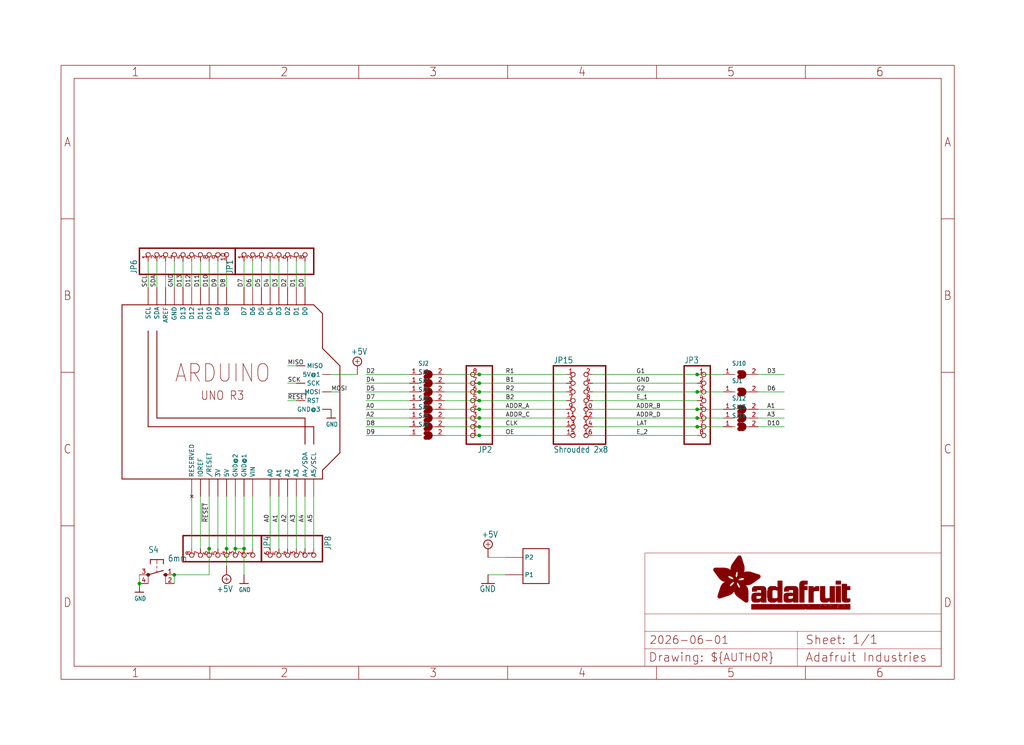
<source format=kicad_sch>
(kicad_sch (version 20230121) (generator eeschema)
  (paper "User" 298.45 217.322)
  (lib_symbols
    (symbol "working-eagle-import:+5V" (power)
      (property "Value" "+5V" (at -1.905 3.175 0))
      (symbol "+5V_1_0"
        (pin power_in line (at 0 -2.54 90) (length 2.54) (name "+5V") (number "1"))
      )
    )
    (symbol "working-eagle-import:10-XX"
      (property "Reference" "S" (at -6.35 -2.54 90))
      (symbol "10-XX_1_0"
        (pin passive line (at 0 5.08 270) (length 2.54) (name "S") (number "1"))
        (pin passive line (at 2.54 5.08 270) (length 2.54) (name "S1") (number "2"))
        (pin passive line (at 0 -5.08 90) (length 2.54) (name "P") (number "3"))
        (pin passive line (at 2.54 -5.08 90) (length 2.54) (name "P1") (number "4"))
      )
    )
    (symbol "working-eagle-import:ARDUINO_R3_ICSP_NODIM"
      (symbol "ARDUINO_R3_ICSP_NODIM_1_0"
        (text "ARDUINO" (at 15.24 27.94 0) (effects (font (size 5.08 4.318)) (justify left bottom)))
        (text "UNO R3" (at 22.86 22.86 0) (effects (font (size 2.54 2.159)) (justify left bottom)))
        (pin power_in line (at 27.94 -5.08 90) (length 5.08) (name "3V") (number "3V"))
        (pin power_in line (at 30.48 -5.08 90) (length 5.08) (name "5V") (number "5V"))
        (pin passive line (at 60.96 30.48 180) (length 2.54) (name "5V@1") (number "5V_ICSP"))
        (pin bidirectional line (at 43.18 -5.08 90) (length 5.08) (name "A0") (number "A0"))
        (pin bidirectional line (at 45.72 -5.08 90) (length 5.08) (name "A1") (number "A1"))
        (pin bidirectional line (at 48.26 -5.08 90) (length 5.08) (name "A2") (number "A2"))
        (pin bidirectional line (at 50.8 -5.08 90) (length 5.08) (name "A3") (number "A3"))
        (pin bidirectional line (at 53.34 -5.08 90) (length 5.08) (name "A4/SDA") (number "A4"))
        (pin bidirectional line (at 55.88 -5.08 90) (length 5.08) (name "A5/SCL") (number "A5"))
        (pin bidirectional line (at 12.7 55.88 270) (length 5.08) (name "AREF") (number "AREF"))
        (pin bidirectional line (at 53.34 55.88 270) (length 5.08) (name "D0") (number "D0"))
        (pin bidirectional line (at 50.8 55.88 270) (length 5.08) (name "D1") (number "D1"))
        (pin bidirectional line (at 25.4 55.88 270) (length 5.08) (name "D10") (number "D10"))
        (pin bidirectional line (at 22.86 55.88 270) (length 5.08) (name "D11") (number "D11"))
        (pin bidirectional line (at 20.32 55.88 270) (length 5.08) (name "D12") (number "D12"))
        (pin bidirectional line (at 17.78 55.88 270) (length 5.08) (name "D13") (number "D13"))
        (pin bidirectional line (at 48.26 55.88 270) (length 5.08) (name "D2") (number "D2"))
        (pin bidirectional line (at 45.72 55.88 270) (length 5.08) (name "D3") (number "D3"))
        (pin bidirectional line (at 43.18 55.88 270) (length 5.08) (name "D4") (number "D4"))
        (pin bidirectional line (at 40.64 55.88 270) (length 5.08) (name "D5") (number "D5"))
        (pin bidirectional line (at 38.1 55.88 270) (length 5.08) (name "D6") (number "D6"))
        (pin bidirectional line (at 35.56 55.88 270) (length 5.08) (name "D7") (number "D7"))
        (pin bidirectional line (at 30.48 55.88 270) (length 5.08) (name "D8") (number "D8"))
        (pin bidirectional line (at 27.94 55.88 270) (length 5.08) (name "D9") (number "D9"))
        (pin power_in line (at 15.24 55.88 270) (length 5.08) (name "GND") (number "GND"))
        (pin power_in line (at 33.02 -5.08 90) (length 5.08) (name "GND@2") (number "GND@1"))
        (pin passive line (at 60.96 20.32 180) (length 2.54) (name "GND@3") (number "GND@2"))
        (pin power_in line (at 35.56 -5.08 90) (length 5.08) (name "GND@1") (number "GND@3"))
        (pin output line (at 22.86 -5.08 90) (length 5.08) (name "IOREF") (number "IOREF"))
        (pin passive line (at 50.8 33.02 0) (length 2.54) (name "MISO") (number "MISO"))
        (pin passive line (at 60.96 25.4 180) (length 2.54) (name "MOSI") (number "MOSI"))
        (pin no_connect line (at 20.32 -5.08 90) (length 5.08) (name "RESERVED") (number "RESERVED"))
        (pin bidirectional line (at 25.4 -5.08 90) (length 5.08) (name "/RESET") (number "RESET"))
        (pin passive line (at 50.8 22.86 0) (length 2.54) (name "RST") (number "RESET_ICSP"))
        (pin passive line (at 50.8 27.94 0) (length 2.54) (name "SCK") (number "SCK"))
        (pin bidirectional line (at 7.62 55.88 270) (length 5.08) (name "SCL") (number "SCL"))
        (pin bidirectional line (at 10.16 55.88 270) (length 5.08) (name "SDA") (number "SDA"))
        (pin power_in line (at 38.1 -5.08 90) (length 5.08) (name "VIN") (number "VIN"))
      )
    )
    (symbol "working-eagle-import:FRAME_A4_ADAFRUIT"
      (symbol "FRAME_A4_ADAFRUIT_1_0"
        (text "${#}/${##}" (at 230.505 10.16 0) (effects (font (size 2.54 2.54)) (justify left bottom)))
        (text "${AUTHOR}" (at 189.23 5.08 0) (effects (font (size 2.286 2.286)) (justify left bottom)))
        (text "${CURRENT_DATE}" (at 171.45 10.16 0) (effects (font (size 2.286 2.286)) (justify left bottom)))
        (text "${PROJECTNAME}" (at 171.45 15.24 0) (effects (font (size 2.54 2.54)) (justify left bottom)))
        (text "1" (at 21.6958 1.905 0) (effects (font (size 2.54 2.286))))
        (text "1" (at 21.6958 177.165 0) (effects (font (size 2.54 2.286))))
        (text "2" (at 65.0875 1.905 0) (effects (font (size 2.54 2.286))))
        (text "2" (at 65.0875 177.165 0) (effects (font (size 2.54 2.286))))
        (text "3" (at 108.4792 1.905 0) (effects (font (size 2.54 2.286))))
        (text "3" (at 108.4792 177.165 0) (effects (font (size 2.54 2.286))))
        (text "4" (at 151.8708 1.905 0) (effects (font (size 2.54 2.286))))
        (text "4" (at 151.8708 177.165 0) (effects (font (size 2.54 2.286))))
        (text "5" (at 195.2625 1.905 0) (effects (font (size 2.54 2.286))))
        (text "5" (at 195.2625 177.165 0) (effects (font (size 2.54 2.286))))
        (text "6" (at 238.6542 1.905 0) (effects (font (size 2.54 2.286))))
        (text "6" (at 238.6542 177.165 0) (effects (font (size 2.54 2.286))))
        (text "A" (at 1.905 156.6863 0) (effects (font (size 2.54 2.286))))
        (text "A" (at 258.445 156.6863 0) (effects (font (size 2.54 2.286))))
        (text "Adafruit Industries" (at 216.916 4.953 0) (effects (font (size 2.54 2.54)) (justify left bottom)))
        (text "B" (at 1.905 111.9188 0) (effects (font (size 2.54 2.286))))
        (text "B" (at 258.445 111.9188 0) (effects (font (size 2.54 2.286))))
        (text "C" (at 1.905 67.1513 0) (effects (font (size 2.54 2.286))))
        (text "C" (at 258.445 67.1513 0) (effects (font (size 2.54 2.286))))
        (text "D" (at 1.905 22.3838 0) (effects (font (size 2.54 2.286))))
        (text "D" (at 258.445 22.3838 0) (effects (font (size 2.54 2.286))))
        (text "Drawing:" (at 171.196 4.953 0) (effects (font (size 2.54 2.54)) (justify left bottom)))
        (text "Sheet:" (at 216.916 10.033 0) (effects (font (size 2.54 2.54)) (justify left bottom)))
      )
    )
    (symbol "working-eagle-import:GND" (power)
      (property "Value" "GND" (at -1.524 -2.54 0))
      (symbol "GND_1_0"
        (pin power_in line (at 0 2.54 270) (length 2.54) (name "GND") (number "1"))
      )
    )
    (symbol "working-eagle-import:HEADER-1X1070MIL"
      (property "Reference" "JP" (at -6.35 13.335 0))
      (symbol "HEADER-1X1070MIL_1_0"
        (pin passive inverted (at -2.54 10.16 0) (length 2.54) (name "1") (number "1"))
        (pin passive inverted (at -2.54 -12.7 0) (length 2.54) (name "10") (number "10"))
        (pin passive inverted (at -2.54 7.62 0) (length 2.54) (name "2") (number "2"))
        (pin passive inverted (at -2.54 5.08 0) (length 2.54) (name "3") (number "3"))
        (pin passive inverted (at -2.54 2.54 0) (length 2.54) (name "4") (number "4"))
        (pin passive inverted (at -2.54 0 0) (length 2.54) (name "5") (number "5"))
        (pin passive inverted (at -2.54 -2.54 0) (length 2.54) (name "6") (number "6"))
        (pin passive inverted (at -2.54 -5.08 0) (length 2.54) (name "7") (number "7"))
        (pin passive inverted (at -2.54 -7.62 0) (length 2.54) (name "8") (number "8"))
        (pin passive inverted (at -2.54 -10.16 0) (length 2.54) (name "9") (number "9"))
      )
    )
    (symbol "working-eagle-import:HEADER-1X876MIL"
      (property "Reference" "JP" (at -6.35 13.335 0))
      (symbol "HEADER-1X876MIL_1_0"
        (pin passive inverted (at -2.54 10.16 0) (length 2.54) (name "1") (number "1"))
        (pin passive inverted (at -2.54 7.62 0) (length 2.54) (name "2") (number "2"))
        (pin passive inverted (at -2.54 5.08 0) (length 2.54) (name "3") (number "3"))
        (pin passive inverted (at -2.54 2.54 0) (length 2.54) (name "4") (number "4"))
        (pin passive inverted (at -2.54 0 0) (length 2.54) (name "5") (number "5"))
        (pin passive inverted (at -2.54 -2.54 0) (length 2.54) (name "6") (number "6"))
        (pin passive inverted (at -2.54 -5.08 0) (length 2.54) (name "7") (number "7"))
        (pin passive inverted (at -2.54 -7.62 0) (length 2.54) (name "8") (number "8"))
      )
    )
    (symbol "working-eagle-import:HEADER-2X8_SHROUDED"
      (property "Reference" "JP" (at -8.89 10.795 0))
      (symbol "HEADER-2X8_SHROUDED_1_0"
        (pin passive inverted (at -5.08 7.62 0) (length 2.54) (name "1") (number "1"))
        (pin passive inverted (at 2.54 -2.54 180) (length 2.54) (name "10") (number "10"))
        (pin passive inverted (at -5.08 -5.08 0) (length 2.54) (name "11") (number "11"))
        (pin passive inverted (at 2.54 -5.08 180) (length 2.54) (name "12") (number "12"))
        (pin passive inverted (at -5.08 -7.62 0) (length 2.54) (name "13") (number "13"))
        (pin passive inverted (at 2.54 -7.62 180) (length 2.54) (name "14") (number "14"))
        (pin passive inverted (at -5.08 -10.16 0) (length 2.54) (name "15") (number "15"))
        (pin passive inverted (at 2.54 -10.16 180) (length 2.54) (name "16") (number "16"))
        (pin passive inverted (at 2.54 7.62 180) (length 2.54) (name "2") (number "2"))
        (pin passive inverted (at -5.08 5.08 0) (length 2.54) (name "3") (number "3"))
        (pin passive inverted (at 2.54 5.08 180) (length 2.54) (name "4") (number "4"))
        (pin passive inverted (at -5.08 2.54 0) (length 2.54) (name "5") (number "5"))
        (pin passive inverted (at 2.54 2.54 180) (length 2.54) (name "6") (number "6"))
        (pin passive inverted (at -5.08 0 0) (length 2.54) (name "7") (number "7"))
        (pin passive inverted (at 2.54 0 180) (length 2.54) (name "8") (number "8"))
        (pin passive inverted (at -5.08 -2.54 0) (length 2.54) (name "9") (number "9"))
      )
    )
    (symbol "working-eagle-import:PINHD-1X6CB"
      (property "Reference" "JP" (at -6.35 10.795 0))
      (symbol "PINHD-1X6CB_1_0"
        (pin passive inverted (at -2.54 7.62 0) (length 2.54) (name "1") (number "1"))
        (pin passive inverted (at -2.54 5.08 0) (length 2.54) (name "2") (number "2"))
        (pin passive inverted (at -2.54 2.54 0) (length 2.54) (name "3") (number "3"))
        (pin passive inverted (at -2.54 0 0) (length 2.54) (name "4") (number "4"))
        (pin passive inverted (at -2.54 -2.54 0) (length 2.54) (name "5") (number "5"))
        (pin passive inverted (at -2.54 -5.08 0) (length 2.54) (name "6") (number "6"))
      )
    )
    (symbol "working-eagle-import:PINHD-1X8CLEANBIG"
      (property "Reference" "JP" (at -6.35 10.795 0))
      (symbol "PINHD-1X8CLEANBIG_1_0"
        (pin passive inverted (at -2.54 7.62 0) (length 2.54) (name "1") (number "1"))
        (pin passive inverted (at -2.54 5.08 0) (length 2.54) (name "2") (number "2"))
        (pin passive inverted (at -2.54 2.54 0) (length 2.54) (name "3") (number "3"))
        (pin passive inverted (at -2.54 0 0) (length 2.54) (name "4") (number "4"))
        (pin passive inverted (at -2.54 -2.54 0) (length 2.54) (name "5") (number "5"))
        (pin passive inverted (at -2.54 -5.08 0) (length 2.54) (name "6") (number "6"))
        (pin passive inverted (at -2.54 -7.62 0) (length 2.54) (name "7") (number "7"))
        (pin passive inverted (at -2.54 -10.16 0) (length 2.54) (name "8") (number "8"))
      )
    )
    (symbol "working-eagle-import:PINHEAD"
      (symbol "PINHEAD_1_0"
        (pin bidirectional line (at 7.62 2.54 180) (length 5.08) (name "P1") (number "P$3"))
        (pin bidirectional line (at 7.62 -2.54 180) (length 5.08) (name "P2") (number "P$4"))
      )
    )
    (symbol "working-eagle-import:SOLDERJUMPERCLOSED"
      (property "Reference" "SJ" (at -2.54 2.54 0))
      (symbol "SOLDERJUMPERCLOSED_1_0"
        (pin passive line (at -5.08 0 0) (length 2.54) (name "1") (number "1"))
        (pin passive line (at 5.08 0 180) (length 2.54) (name "2") (number "2"))
      )
    )
    (symbol "working-eagle-import:supply1_GND" (power)
      (property "Value" "supply1_GND" (at -2.54 -2.54 0))
      (symbol "supply1_GND_1_0"
        (pin power_in line (at 0 2.54 270) (length 2.54) (name "GND") (number "1"))
      )
    )
  )
  (junction (at 139.7 114.3))
  (junction (at 139.7 109.22))
  (junction (at 66.04 160.02))
  (junction (at 203.2 119.38))
  (junction (at 71.12 160.02))
  (junction (at 60.96 160.02))
  (junction (at 139.7 124.46))
  (junction (at 203.2 109.22))
  (junction (at 139.7 121.92))
  (junction (at 139.7 116.84))
  (junction (at 40.64 170.18))
  (junction (at 68.58 160.02))
  (junction (at 139.7 111.76))
  (junction (at 139.7 127))
  (junction (at 139.7 119.38))
  (junction (at 203.2 124.46))
  (junction (at 50.8 167.64))
  (junction (at 203.2 121.92))
  (junction (at 203.2 114.3))
  (wire (pts (xy 45.72 76.2) (xy 45.72 83.82)) (stroke (width 0.1524)))
  (wire (pts (xy 165.1 119.38) (xy 139.7 119.38)) (stroke (width 0.1524)))
  (wire (pts (xy 139.7 111.76) (xy 129.54 111.76)) (stroke (width 0.1524)))
  (wire (pts (xy 172.72 111.76) (xy 203.2 111.76)) (stroke (width 0.1524)))
  (wire (pts (xy 119.38 109.22) (xy 106.68 109.22)) (stroke (width 0.1524)))
  (wire (pts (xy 165.1 109.22) (xy 139.7 109.22)) (stroke (width 0.1524)))
  (wire (pts (xy 60.96 167.64) (xy 50.8 167.64)) (stroke (width 0.1524)))
  (wire (pts (xy 50.8 76.2) (xy 50.8 83.82)) (stroke (width 0.1524)))
  (wire (pts (xy 68.58 160.02) (xy 68.58 144.78)) (stroke (width 0.1524)))
  (wire (pts (xy 139.7 111.76) (xy 165.1 111.76)) (stroke (width 0.1524)))
  (wire (pts (xy 203.2 121.92) (xy 210.82 121.92)) (stroke (width 0.1524)))
  (wire (pts (xy 142.24 167.64) (xy 147.32 167.64)) (stroke (width 0.1524)))
  (wire (pts (xy 228.6 109.22) (xy 220.98 109.22)) (stroke (width 0.1524)))
  (wire (pts (xy 106.68 111.76) (xy 119.38 111.76)) (stroke (width 0.1524)))
  (wire (pts (xy 228.6 119.38) (xy 220.98 119.38)) (stroke (width 0.1524)))
  (wire (pts (xy 40.64 167.64) (xy 40.64 170.18)) (stroke (width 0.1524)))
  (wire (pts (xy 172.72 127) (xy 203.2 127)) (stroke (width 0.1524)))
  (wire (pts (xy 66.04 160.02) (xy 66.04 165.1)) (stroke (width 0.1524)))
  (wire (pts (xy 228.6 124.46) (xy 220.98 124.46)) (stroke (width 0.1524)))
  (wire (pts (xy 60.96 160.02) (xy 60.96 167.64)) (stroke (width 0.1524)))
  (wire (pts (xy 228.6 121.92) (xy 220.98 121.92)) (stroke (width 0.1524)))
  (wire (pts (xy 203.2 124.46) (xy 172.72 124.46)) (stroke (width 0.1524)))
  (wire (pts (xy 73.66 160.02) (xy 73.66 144.78)) (stroke (width 0.1524)))
  (wire (pts (xy 165.1 124.46) (xy 139.7 124.46)) (stroke (width 0.1524)))
  (wire (pts (xy 165.1 114.3) (xy 139.7 114.3)) (stroke (width 0.1524)))
  (wire (pts (xy 81.28 160.02) (xy 81.28 144.78)) (stroke (width 0.1524)))
  (wire (pts (xy 172.72 121.92) (xy 203.2 121.92)) (stroke (width 0.1524)))
  (wire (pts (xy 139.7 124.46) (xy 129.54 124.46)) (stroke (width 0.1524)))
  (wire (pts (xy 53.34 83.82) (xy 53.34 76.2)) (stroke (width 0.1524)))
  (wire (pts (xy 55.88 76.2) (xy 55.88 83.82)) (stroke (width 0.1524)))
  (wire (pts (xy 50.8 167.64) (xy 50.8 170.18)) (stroke (width 0.1524)))
  (wire (pts (xy 203.2 119.38) (xy 172.72 119.38)) (stroke (width 0.1524)))
  (wire (pts (xy 139.7 121.92) (xy 165.1 121.92)) (stroke (width 0.1524)))
  (wire (pts (xy 81.28 76.2) (xy 81.28 83.82)) (stroke (width 0.1524)))
  (wire (pts (xy 203.2 114.3) (xy 172.72 114.3)) (stroke (width 0.1524)))
  (wire (pts (xy 43.18 76.2) (xy 43.18 83.82)) (stroke (width 0.1524)))
  (wire (pts (xy 106.68 116.84) (xy 119.38 116.84)) (stroke (width 0.1524)))
  (wire (pts (xy 139.7 127) (xy 129.54 127)) (stroke (width 0.1524)))
  (wire (pts (xy 104.14 109.22) (xy 96.52 109.22)) (stroke (width 0.1524)))
  (wire (pts (xy 60.96 76.2) (xy 60.96 83.82)) (stroke (width 0.1524)))
  (wire (pts (xy 83.82 160.02) (xy 83.82 144.78)) (stroke (width 0.1524)))
  (wire (pts (xy 106.68 121.92) (xy 119.38 121.92)) (stroke (width 0.1524)))
  (wire (pts (xy 119.38 114.3) (xy 106.68 114.3)) (stroke (width 0.1524)))
  (wire (pts (xy 83.82 76.2) (xy 83.82 83.82)) (stroke (width 0.1524)))
  (wire (pts (xy 88.9 76.2) (xy 88.9 83.82)) (stroke (width 0.1524)))
  (wire (pts (xy 172.72 116.84) (xy 203.2 116.84)) (stroke (width 0.1524)))
  (wire (pts (xy 96.52 114.3) (xy 99.06 114.3)) (stroke (width 0.1524)))
  (wire (pts (xy 76.2 76.2) (xy 76.2 83.82)) (stroke (width 0.1524)))
  (wire (pts (xy 60.96 160.02) (xy 60.96 144.78)) (stroke (width 0.1524)))
  (wire (pts (xy 139.7 114.3) (xy 129.54 114.3)) (stroke (width 0.1524)))
  (wire (pts (xy 203.2 109.22) (xy 172.72 109.22)) (stroke (width 0.1524)))
  (wire (pts (xy 203.2 109.22) (xy 210.82 109.22)) (stroke (width 0.1524)))
  (wire (pts (xy 86.36 76.2) (xy 86.36 83.82)) (stroke (width 0.1524)))
  (wire (pts (xy 106.68 124.46) (xy 119.38 124.46)) (stroke (width 0.1524)))
  (wire (pts (xy 203.2 114.3) (xy 210.82 114.3)) (stroke (width 0.1524)))
  (wire (pts (xy 86.36 116.84) (xy 83.82 116.84)) (stroke (width 0.1524)))
  (wire (pts (xy 203.2 119.38) (xy 210.82 119.38)) (stroke (width 0.1524)))
  (wire (pts (xy 86.36 111.76) (xy 83.82 111.76)) (stroke (width 0.1524)))
  (wire (pts (xy 78.74 83.82) (xy 78.74 76.2)) (stroke (width 0.1524)))
  (wire (pts (xy 139.7 119.38) (xy 129.54 119.38)) (stroke (width 0.1524)))
  (wire (pts (xy 58.42 160.02) (xy 58.42 144.78)) (stroke (width 0.1524)))
  (wire (pts (xy 139.7 116.84) (xy 129.54 116.84)) (stroke (width 0.1524)))
  (wire (pts (xy 71.12 160.02) (xy 71.12 167.64)) (stroke (width 0.1524)))
  (wire (pts (xy 71.12 160.02) (xy 71.12 144.78)) (stroke (width 0.1524)))
  (wire (pts (xy 139.7 116.84) (xy 165.1 116.84)) (stroke (width 0.1524)))
  (wire (pts (xy 203.2 124.46) (xy 210.82 124.46)) (stroke (width 0.1524)))
  (wire (pts (xy 139.7 121.92) (xy 129.54 121.92)) (stroke (width 0.1524)))
  (wire (pts (xy 73.66 83.82) (xy 73.66 76.2)) (stroke (width 0.1524)))
  (wire (pts (xy 48.26 76.2) (xy 48.26 83.82)) (stroke (width 0.1524)))
  (wire (pts (xy 88.9 160.02) (xy 88.9 144.78)) (stroke (width 0.1524)))
  (wire (pts (xy 91.44 160.02) (xy 91.44 144.78)) (stroke (width 0.1524)))
  (wire (pts (xy 86.36 106.68) (xy 83.82 106.68)) (stroke (width 0.1524)))
  (wire (pts (xy 55.88 160.02) (xy 55.88 144.78)) (stroke (width 0.1524)))
  (wire (pts (xy 228.6 114.3) (xy 220.98 114.3)) (stroke (width 0.1524)))
  (wire (pts (xy 139.7 127) (xy 165.1 127)) (stroke (width 0.1524)))
  (wire (pts (xy 68.58 160.02) (xy 71.12 160.02)) (stroke (width 0.1524)))
  (wire (pts (xy 66.04 160.02) (xy 66.04 144.78)) (stroke (width 0.1524)))
  (wire (pts (xy 139.7 109.22) (xy 129.54 109.22)) (stroke (width 0.1524)))
  (wire (pts (xy 58.42 83.82) (xy 58.42 76.2)) (stroke (width 0.1524)))
  (wire (pts (xy 78.74 160.02) (xy 78.74 144.78)) (stroke (width 0.1524)))
  (wire (pts (xy 71.12 76.2) (xy 71.12 83.82)) (stroke (width 0.1524)))
  (wire (pts (xy 63.5 83.82) (xy 63.5 76.2)) (stroke (width 0.1524)))
  (wire (pts (xy 106.68 119.38) (xy 119.38 119.38)) (stroke (width 0.1524)))
  (wire (pts (xy 63.5 160.02) (xy 63.5 144.78)) (stroke (width 0.1524)))
  (wire (pts (xy 66.04 76.2) (xy 66.04 83.82)) (stroke (width 0.1524)))
  (wire (pts (xy 86.36 160.02) (xy 86.36 144.78)) (stroke (width 0.1524)))
  (wire (pts (xy 106.68 127) (xy 119.38 127)) (stroke (width 0.1524)))
  (wire (pts (xy 147.32 162.56) (xy 142.24 162.56)) (stroke (width 0.1524)))
  (label "ADDR_B" (at 185.42 119.38 0) (effects (font (size 1.2446 1.2446))))
  (label "D3" (at 81.28 83.82 90) (effects (font (size 1.2446 1.2446))))
  (label "D4" (at 78.74 83.82 90) (effects (font (size 1.2446 1.2446))))
  (label "D3" (at 223.52 109.22 0) (effects (font (size 1.2446 1.2446))))
  (label "A4" (at 88.9 152.4 90) (effects (font (size 1.2446 1.2446))))
  (label "A3" (at 223.52 121.92 0) (effects (font (size 1.2446 1.2446))))
  (label "D11" (at 58.42 83.82 90) (effects (font (size 1.2446 1.2446))))
  (label "MOSI" (at 96.52 114.3 0) (effects (font (size 1.2446 1.2446))))
  (label "A0" (at 78.74 152.4 90) (effects (font (size 1.2446 1.2446))))
  (label "A2" (at 83.82 152.4 90) (effects (font (size 1.2446 1.2446))))
  (label "D8" (at 106.68 124.46 0) (effects (font (size 1.2446 1.2446))))
  (label "D5" (at 76.2 83.82 90) (effects (font (size 1.2446 1.2446))))
  (label "D13" (at 53.34 83.82 90) (effects (font (size 1.2446 1.2446))))
  (label "A0" (at 106.68 119.38 0) (effects (font (size 1.2446 1.2446))))
  (label "D7" (at 71.12 83.82 90) (effects (font (size 1.2446 1.2446))))
  (label "ADDR_D" (at 185.42 121.92 0) (effects (font (size 1.2446 1.2446))))
  (label "R1" (at 147.32 109.22 0) (effects (font (size 1.2446 1.2446))))
  (label "~{RESET}" (at 60.96 152.4 90) (effects (font (size 1.2446 1.2446))))
  (label "A5" (at 91.44 152.4 90) (effects (font (size 1.2446 1.2446))))
  (label "E_2" (at 185.42 127 0) (effects (font (size 1.2446 1.2446))))
  (label "A1" (at 81.28 152.4 90) (effects (font (size 1.2446 1.2446))))
  (label "D10" (at 223.52 124.46 0) (effects (font (size 1.2446 1.2446))))
  (label "D8" (at 66.04 83.82 90) (effects (font (size 1.2446 1.2446))))
  (label "D1" (at 86.36 83.82 90) (effects (font (size 1.2446 1.2446))))
  (label "SCL" (at 43.18 83.82 90) (effects (font (size 1.2446 1.2446))))
  (label "ADDR_A" (at 147.32 119.38 0) (effects (font (size 1.2446 1.2446))))
  (label "SDA" (at 45.72 83.82 90) (effects (font (size 1.2446 1.2446))))
  (label "ADDR_C" (at 147.32 121.92 0) (effects (font (size 1.2446 1.2446))))
  (label "D9" (at 106.68 127 0) (effects (font (size 1.2446 1.2446))))
  (label "D9" (at 63.5 83.82 90) (effects (font (size 1.2446 1.2446))))
  (label "D7" (at 106.68 116.84 0) (effects (font (size 1.2446 1.2446))))
  (label "D10" (at 60.96 83.82 90) (effects (font (size 1.2446 1.2446))))
  (label "OE" (at 147.32 127 0) (effects (font (size 1.2446 1.2446))))
  (label "D2" (at 106.68 109.22 0) (effects (font (size 1.2446 1.2446))))
  (label "D12" (at 55.88 83.82 90) (effects (font (size 1.2446 1.2446))))
  (label "A1" (at 223.52 119.38 0) (effects (font (size 1.2446 1.2446))))
  (label "G1" (at 185.42 109.22 0) (effects (font (size 1.2446 1.2446))))
  (label "CLK" (at 147.32 124.46 0) (effects (font (size 1.2446 1.2446))))
  (label "MISO" (at 83.82 106.68 0) (effects (font (size 1.2446 1.2446))))
  (label "A3" (at 86.36 152.4 90) (effects (font (size 1.2446 1.2446))))
  (label "A2" (at 106.68 121.92 0) (effects (font (size 1.2446 1.2446))))
  (label "GND" (at 50.8 83.82 90) (effects (font (size 1.2446 1.2446))))
  (label "D0" (at 88.9 83.82 90) (effects (font (size 1.2446 1.2446))))
  (label "~{RESET}" (at 83.82 116.84 0) (effects (font (size 1.2446 1.2446))))
  (label "D5" (at 106.68 114.3 0) (effects (font (size 1.2446 1.2446))))
  (label "D6" (at 73.66 83.82 90) (effects (font (size 1.2446 1.2446))))
  (label "LAT" (at 185.42 124.46 0) (effects (font (size 1.2446 1.2446))))
  (label "B2" (at 147.32 116.84 0) (effects (font (size 1.2446 1.2446))))
  (label "R2" (at 147.32 114.3 0) (effects (font (size 1.2446 1.2446))))
  (label "D4" (at 106.68 111.76 0) (effects (font (size 1.2446 1.2446))))
  (label "SCK" (at 83.82 111.76 0) (effects (font (size 1.2446 1.2446))))
  (label "D6" (at 223.52 114.3 0) (effects (font (size 1.2446 1.2446))))
  (label "GND" (at 185.42 111.76 0) (effects (font (size 1.2446 1.2446))))
  (label "G2" (at 185.42 114.3 0) (effects (font (size 1.2446 1.2446))))
  (label "E_1" (at 185.42 116.84 0) (effects (font (size 1.2446 1.2446))))
  (label "B1" (at 147.32 111.76 0) (effects (font (size 1.2446 1.2446))))
  (label "D2" (at 83.82 83.82 90) (effects (font (size 1.2446 1.2446))))
  (symbol (lib_id "working-eagle-import:HEADER-1X876MIL") (at 137.16 116.84 180) (unit 1)
    (property "Reference" "JP2" (at 143.51 130.175 0) (effects (font (size 1.778 1.5113)) (justify left bottom)))
    (property "Value" "HEADER-1X876MIL" (effects hide))
    (property "Footprint" "working:1X08_ROUND_76" (effects hide))
  )
  (symbol (lib_id "working-eagle-import:+5V") (at 142.24 160.02 0) (unit 1)
    (property "Reference" "#SUPPLY1" (effects hide))
    (property "Value" "+5V" (at 140.335 156.845 0) (effects (font (size 1.778 1.5113)) (justify left bottom)))
  )
  (symbol (lib_id "working-eagle-import:10-XX") (at 45.72 167.64 270) (unit 1)
    (property "Reference" "S4" (at 43.18 161.29 90) (effects (font (size 1.778 1.5113)) (justify left bottom)))
    (property "Value" "6mm" (at 48.895 163.83 90) (effects (font (size 1.778 1.5113)) (justify left bottom)))
    (property "Footprint" "working:B3F-10XX" (effects hide))
  )
  (symbol (lib_id "working-eagle-import:SOLDERJUMPERCLOSED") (at 215.9 119.38 0) (unit 1)
    (property "Reference" "SJ12" (at 213.36 116.84 0) (effects (font (size 1.27 1.0795)) (justify left bottom)))
    (property "Value" "SOLDERJUMPERCLOSED" (effects hide))
    (property "Footprint" "working:SOLDERJUMPER_CLOSEDWIRE" (effects hide))
  )
  (symbol (lib_id "working-eagle-import:SOLDERJUMPERCLOSED") (at 124.46 114.3 0) (unit 1)
    (property "Reference" "SJ4" (at 121.92 111.76 0) (effects (font (size 1.27 1.0795)) (justify left bottom)))
    (property "Value" "SOLDERJUMPERCLOSED" (effects hide))
    (property "Footprint" "working:SOLDERJUMPER_CLOSEDWIRE" (effects hide))
  )
  (symbol (lib_id "working-eagle-import:PINHD-1X8CLEANBIG") (at 78.74 73.66 90) (unit 1)
    (property "Reference" "JP1" (at 67.945 80.01 0) (effects (font (size 1.778 1.5113)) (justify left bottom)))
    (property "Value" "PINHD-1X8CLEANBIG" (effects hide))
    (property "Footprint" "working:1X08-CLEANBIG" (effects hide))
  )
  (symbol (lib_id "working-eagle-import:SOLDERJUMPERCLOSED") (at 124.46 111.76 0) (unit 1)
    (property "Reference" "SJ3" (at 121.92 109.22 0) (effects (font (size 1.27 1.0795)) (justify left bottom)))
    (property "Value" "SOLDERJUMPERCLOSED" (effects hide))
    (property "Footprint" "working:SOLDERJUMPER_CLOSEDWIRE" (effects hide))
  )
  (symbol (lib_id "working-eagle-import:SOLDERJUMPERCLOSED") (at 124.46 121.92 0) (unit 1)
    (property "Reference" "SJ7" (at 121.92 119.38 0) (effects (font (size 1.27 1.0795)) (justify left bottom)))
    (property "Value" "SOLDERJUMPERCLOSED" (effects hide))
    (property "Footprint" "working:SOLDERJUMPER_CLOSEDWIRE" (effects hide))
  )
  (symbol (lib_id "working-eagle-import:SOLDERJUMPERCLOSED") (at 215.9 124.46 0) (unit 1)
    (property "Reference" "SJ14" (at 213.36 121.92 0) (effects (font (size 1.27 1.0795)) (justify left bottom)))
    (property "Value" "SOLDERJUMPERCLOSED" (effects hide))
    (property "Footprint" "working:SOLDERJUMPER_CLOSEDWIRE" (effects hide))
  )
  (symbol (lib_id "working-eagle-import:ARDUINO_R3_ICSP_NODIM") (at 35.56 139.7 0) (unit 1)
    (property "Reference" "U$41" (effects hide))
    (property "Value" "ARDUINO_R3_ICSP_NODIM" (effects hide))
    (property "Footprint" "working:ARDUINOR3_ICSP_NODIM" (effects hide))
  )
  (symbol (lib_id "working-eagle-import:SOLDERJUMPERCLOSED") (at 124.46 116.84 0) (unit 1)
    (property "Reference" "SJ5" (at 121.92 114.3 0) (effects (font (size 1.27 1.0795)) (justify left bottom)))
    (property "Value" "SOLDERJUMPERCLOSED" (effects hide))
    (property "Footprint" "working:SOLDERJUMPER_CLOSEDWIRE" (effects hide))
  )
  (symbol (lib_id "working-eagle-import:SOLDERJUMPERCLOSED") (at 215.9 114.3 0) (unit 1)
    (property "Reference" "SJ1" (at 213.36 111.76 0) (effects (font (size 1.27 1.0795)) (justify left bottom)))
    (property "Value" "SOLDERJUMPERCLOSED" (effects hide))
    (property "Footprint" "working:SOLDERJUMPER_CLOSEDWIRE" (effects hide))
  )
  (symbol (lib_id "working-eagle-import:GND") (at 96.52 121.92 0) (unit 1)
    (property "Reference" "#U$44" (effects hide))
    (property "Value" "GND" (at 94.996 124.46 0) (effects (font (size 1.27 1.0795)) (justify left bottom)))
  )
  (symbol (lib_id "working-eagle-import:+5V") (at 104.14 106.68 0) (unit 1)
    (property "Reference" "#SUPPLY3" (effects hide))
    (property "Value" "+5V" (at 102.235 103.505 0) (effects (font (size 1.778 1.5113)) (justify left bottom)))
  )
  (symbol (lib_id "working-eagle-import:PINHEAD") (at 154.94 165.1 180) (unit 1)
    (property "Reference" "MATRIX_PWR0" (effects hide))
    (property "Value" "PINHEAD" (effects hide))
    (property "Footprint" "working:TERMBLOCK508" (effects hide))
  )
  (symbol (lib_id "working-eagle-import:HEADER-2X8_SHROUDED") (at 170.18 116.84 0) (unit 1)
    (property "Reference" "JP15" (at 161.29 106.045 0) (effects (font (size 1.778 1.5113)) (justify left bottom)))
    (property "Value" "Shrouded 2x8" (at 161.29 132.08 0) (effects (font (size 1.778 1.5113)) (justify left bottom)))
    (property "Footprint" "working:2X08_SHROUDED" (effects hide))
  )
  (symbol (lib_id "working-eagle-import:PINHD-1X6CB") (at 83.82 162.56 270) (unit 1)
    (property "Reference" "JP8" (at 94.615 156.21 0) (effects (font (size 1.778 1.5113)) (justify left bottom)))
    (property "Value" "PINHD-1X6CB" (effects hide))
    (property "Footprint" "working:1X06-CLEANBIG" (effects hide))
  )
  (symbol (lib_id "working-eagle-import:SOLDERJUMPERCLOSED") (at 215.9 121.92 0) (unit 1)
    (property "Reference" "SJ13" (at 213.36 119.38 0) (effects (font (size 1.27 1.0795)) (justify left bottom)))
    (property "Value" "SOLDERJUMPERCLOSED" (effects hide))
    (property "Footprint" "working:SOLDERJUMPER_CLOSEDWIRE" (effects hide))
  )
  (symbol (lib_id "working-eagle-import:HEADER-1X1070MIL") (at 53.34 73.66 90) (unit 1)
    (property "Reference" "JP6" (at 40.005 80.01 0) (effects (font (size 1.778 1.5113)) (justify left bottom)))
    (property "Value" "HEADER-1X1070MIL" (effects hide))
    (property "Footprint" "working:1X10_ROUND70" (effects hide))
  )
  (symbol (lib_id "working-eagle-import:SOLDERJUMPERCLOSED") (at 124.46 124.46 0) (unit 1)
    (property "Reference" "SJ8" (at 121.92 121.92 0) (effects (font (size 1.27 1.0795)) (justify left bottom)))
    (property "Value" "SOLDERJUMPERCLOSED" (effects hide))
    (property "Footprint" "working:SOLDERJUMPER_CLOSEDWIRE" (effects hide))
  )
  (symbol (lib_id "working-eagle-import:SOLDERJUMPERCLOSED") (at 215.9 109.22 0) (unit 1)
    (property "Reference" "SJ10" (at 213.36 106.68 0) (effects (font (size 1.27 1.0795)) (justify left bottom)))
    (property "Value" "SOLDERJUMPERCLOSED" (effects hide))
    (property "Footprint" "working:SOLDERJUMPER_CLOSEDWIRE" (effects hide))
  )
  (symbol (lib_id "working-eagle-import:HEADER-1X876MIL") (at 205.74 119.38 0) (unit 1)
    (property "Reference" "JP3" (at 199.39 106.045 0) (effects (font (size 1.778 1.5113)) (justify left bottom)))
    (property "Value" "HEADER-1X876MIL" (effects hide))
    (property "Footprint" "working:1X08_ROUND_76" (effects hide))
  )
  (symbol (lib_id "working-eagle-import:+5V") (at 66.04 167.64 180) (unit 1)
    (property "Reference" "#SUPPLY2" (effects hide))
    (property "Value" "+5V" (at 67.945 170.815 0) (effects (font (size 1.778 1.5113)) (justify left bottom)))
  )
  (symbol (lib_id "working-eagle-import:FRAME_A4_ADAFRUIT") (at 17.78 198.12 0) (unit 1)
    (property "Reference" "#U$2" (effects hide))
    (property "Value" "FRAME_A4_ADAFRUIT" (effects hide))
  )
  (symbol (lib_id "working-eagle-import:SOLDERJUMPERCLOSED") (at 124.46 127 0) (unit 1)
    (property "Reference" "SJ9" (at 121.92 124.46 0) (effects (font (size 1.27 1.0795)) (justify left bottom)))
    (property "Value" "SOLDERJUMPERCLOSED" (effects hide))
    (property "Footprint" "working:SOLDERJUMPER_CLOSEDWIRE" (effects hide))
  )
  (symbol (lib_id "working-eagle-import:GND") (at 71.12 170.18 0) (unit 1)
    (property "Reference" "#U$7" (effects hide))
    (property "Value" "GND" (at 69.596 172.72 0) (effects (font (size 1.27 1.0795)) (justify left bottom)))
  )
  (symbol (lib_id "working-eagle-import:SOLDERJUMPERCLOSED") (at 124.46 109.22 0) (unit 1)
    (property "Reference" "SJ2" (at 121.92 106.68 0) (effects (font (size 1.27 1.0795)) (justify left bottom)))
    (property "Value" "SOLDERJUMPERCLOSED" (effects hide))
    (property "Footprint" "working:SOLDERJUMPER_CLOSEDWIRE" (effects hide))
  )
  (symbol (lib_id "working-eagle-import:SOLDERJUMPERCLOSED") (at 124.46 119.38 0) (unit 1)
    (property "Reference" "SJ6" (at 121.92 116.84 0) (effects (font (size 1.27 1.0795)) (justify left bottom)))
    (property "Value" "SOLDERJUMPERCLOSED" (effects hide))
    (property "Footprint" "working:SOLDERJUMPER_CLOSEDWIRE" (effects hide))
  )
  (symbol (lib_id "working-eagle-import:supply1_GND") (at 142.24 170.18 0) (unit 1)
    (property "Reference" "#GND12" (effects hide))
    (property "Value" "GND" (at 139.7 172.72 0) (effects (font (size 1.778 1.5113)) (justify left bottom)))
  )
  (symbol (lib_id "working-eagle-import:PINHD-1X8CLEANBIG") (at 66.04 162.56 270) (unit 1)
    (property "Reference" "JP4" (at 76.835 156.21 0) (effects (font (size 1.778 1.5113)) (justify left bottom)))
    (property "Value" "PINHD-1X8CLEANBIG" (effects hide))
    (property "Footprint" "working:1X08-CLEANBIG" (effects hide))
  )
  (symbol (lib_id "working-eagle-import:GND") (at 40.64 172.72 0) (unit 1)
    (property "Reference" "#U$36" (effects hide))
    (property "Value" "GND" (at 39.116 175.26 0) (effects (font (size 1.27 1.0795)) (justify left bottom)))
  )
)
</source>
